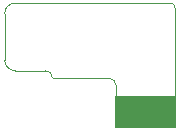
<source format=gbs>
%TF.GenerationSoftware,KiCad,Pcbnew,(6.0.1)*%
%TF.CreationDate,2022-04-24T10:59:57-04:00*%
%TF.ProjectId,UV-Sensor,55562d53-656e-4736-9f72-2e6b69636164,rev?*%
%TF.SameCoordinates,Original*%
%TF.FileFunction,Soldermask,Bot*%
%TF.FilePolarity,Negative*%
%FSLAX46Y46*%
G04 Gerber Fmt 4.6, Leading zero omitted, Abs format (unit mm)*
G04 Created by KiCad (PCBNEW (6.0.1)) date 2022-04-24 10:59:57*
%MOMM*%
%LPD*%
G01*
G04 APERTURE LIST*
G04 Aperture macros list*
%AMRoundRect*
0 Rectangle with rounded corners*
0 $1 Rounding radius*
0 $2 $3 $4 $5 $6 $7 $8 $9 X,Y pos of 4 corners*
0 Add a 4 corners polygon primitive as box body*
4,1,4,$2,$3,$4,$5,$6,$7,$8,$9,$2,$3,0*
0 Add four circle primitives for the rounded corners*
1,1,$1+$1,$2,$3*
1,1,$1+$1,$4,$5*
1,1,$1+$1,$6,$7*
1,1,$1+$1,$8,$9*
0 Add four rect primitives between the rounded corners*
20,1,$1+$1,$2,$3,$4,$5,0*
20,1,$1+$1,$4,$5,$6,$7,0*
20,1,$1+$1,$6,$7,$8,$9,0*
20,1,$1+$1,$8,$9,$2,$3,0*%
G04 Aperture macros list end*
%TA.AperFunction,Profile*%
%ADD10C,0.050000*%
%TD*%
%ADD11RoundRect,0.063500X0.173500X-1.250000X0.173500X1.250000X-0.173500X1.250000X-0.173500X-1.250000X0*%
G04 APERTURE END LIST*
D10*
X141287500Y-104587100D02*
X141287500Y-100650100D01*
X155714700Y-100142100D02*
X155714700Y-106746100D01*
X155714700Y-100142100D02*
G75*
G03*
X155333700Y-99761100I-380999J1D01*
G01*
X145351500Y-106111100D02*
G75*
G03*
X144716500Y-105476100I-634999J1D01*
G01*
X141287500Y-104587100D02*
G75*
G03*
X142176500Y-105476100I889000J0D01*
G01*
X150736300Y-106746100D02*
G75*
G03*
X150101300Y-106111100I-634999J1D01*
G01*
X150101300Y-106111100D02*
X145351500Y-106111100D01*
X142176500Y-99761100D02*
X155333700Y-99761100D01*
X142176500Y-99761100D02*
G75*
G03*
X141287500Y-100650100I0J-889000D01*
G01*
X144716500Y-105476100D02*
X142176500Y-105476100D01*
G36*
X155790930Y-110302100D02*
G01*
X150660130Y-110302100D01*
X150659070Y-107644100D01*
X155789870Y-107644100D01*
X155790930Y-110302100D01*
G37*
X155714700Y-106746100D02*
X155714700Y-110096100D01*
X150886300Y-110246100D02*
X155564700Y-110246100D01*
X150736300Y-106746100D02*
X150736300Y-110096100D01*
X155564700Y-110246100D02*
G75*
G03*
X155714700Y-110096100I0J150000D01*
G01*
X150736300Y-110096100D02*
G75*
G03*
X150886300Y-110246100I150000J0D01*
G01*
D11*
X155225500Y-108996100D03*
X154725500Y-108996100D03*
X154225500Y-108996100D03*
X153725500Y-108996100D03*
X153225500Y-108996100D03*
X152725500Y-108996100D03*
X152225500Y-108996100D03*
X151725500Y-108996100D03*
X151225500Y-108996100D03*
M02*

</source>
